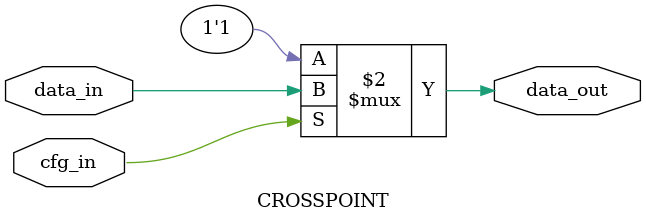
<source format=v>
module CROSSPOINT #(
    parameter OP = "and"
)
(
    input data_in,
    input cfg_in,
    output data_out
);
    if (OP == "and") begin
        // the neutral element of an AND is the 1 - hence generate 1s at undesired positions.
        // we want a 1 when the cfg is 0. We want the value of data_in when the cfg is 1
        assign data_out = (cfg_in == 1'b1) ? data_in : 1'b1;
    end else if (OP == "or") begin
        // the neutral element of the OR is the 0 - hence generate 0s at undesired positions.
        // we want a 0 when the cfg is 0. We want the value of data in when the cfg is 1
        assign data_out = (cfg_in == 1'b1) ? data_in : 1'b0;
    end else begin 
        //Unspecified... this should not happen
    end
    
endmodule
</source>
